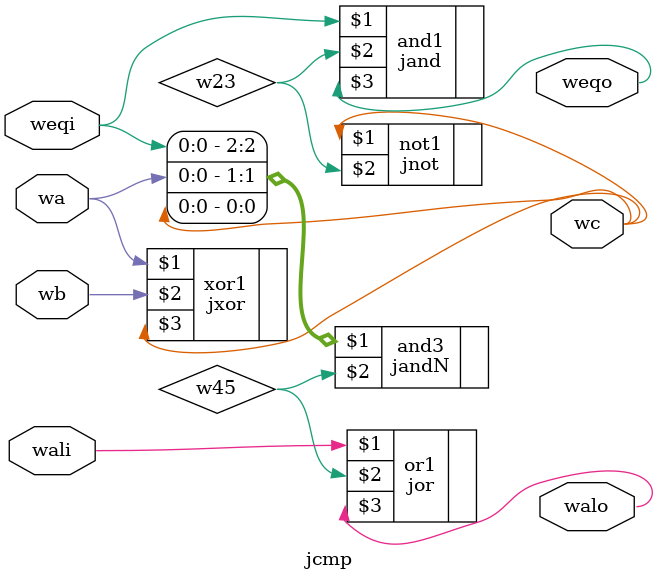
<source format=v>


module jALU (input [7:0] bas, input [7:0] bbs, input wci, input [2:0] bops, 
	output wor [7:0] bcs, output wor wco, output weqo, output walo, output wz) ;
	// Build the ALU circuit
	wire [7:0] bdec ;
	jdecoder #(3, 8) dec(bops, bdec) ;
	reg gnd ;
	assign bdec[7] = gnd ;

	wire [7:0] bxor, bor, band, bnot, bshl, bshr ;

	jxorer xorer(bas, bbs, bxor, weqo, walo) ;
	//jena xore(1'b0, bdec[6], wco) ;
	jenabler enaxor(bxor, bdec[6], bcs) ;

	jorer orer(bas, bbs, bor) ;
	//jena ore(1'b0, bdec[5], wco) ;
	jenabler enaor(bor, bdec[5], bcs) ;

	jandder andder(bas, bbs, band) ;
	//jena ande(1'b0, bdec[4], wco) ;
	jenabler enaand(band, bdec[4], bcs) ;

	jnotter n(bas, bnot) ;
	//jena note(1'b0, bdec[3], wco) ;
	jenabler enanot(bnot, bdec[3], bcs) ;

	wire woshl ;
	jshiftl shitfl(bas, wci, bshl, woshl) ;
	//jena sle(woshl, bdec[2], wco) ;
	jenabler enashl(bshl, bdec[2], bcs) ;

	wire woshr ;
	jshiftr shiftr(bas, wci, bshr, woshr) ;
	//jena sre(woshr, bdec[1], wco) ;
	jenabler enashr(bshr, bdec[1], bcs) ;

	wire aco ;
	wire [7:0] acs ;
	jadder adder(bas, bbs, wci, acs, aco) ;
	//jena adde(aco, bdec[0], wco) ;
	jenabler enaadd(acs, bdec[0], bcs) ;

	jzero z(bcs, wz) ;
endmodule


module jshiftr (input [0:7] bis, input wci, output [0:7] bos, output wco) ;
	jbuf b0(wci, bos[0]) ;
	
	genvar j ;
	for (j = 1; j < 8 ; j = j + 1) begin
		jbuf bj(bis[j-1], bos[j]) ;
	end
	jbuf bn(bis[7], wco) ;
endmodule


module jshiftl (input [0:7] bis, input wci, output [0:7] bos, output wco) ;
	jbuf b0(bis[0], wco) ;
	
	genvar j ;
	for (j = 1; j < 8 ; j = j + 1) begin
		jbuf bj(bis[j], bos[j-1]) ;
	end
	jbuf bn(wci, bos[7]) ;
endmodule


module jnotter (input [7:0] bis, output [7:0] bos) ;
	genvar j ;
	for (j = 0; j < 8 ; j = j + 1) begin
		jnot nj(bis[j], bos[j]) ;
	end
endmodule


module jandder (input [7:0] bas, input [7:0] bbs, output [7:0] bcs) ;
	genvar j ;
	for (j = 0; j < 8 ; j = j + 1) begin
		jand nj(bas[j], bbs[j], bcs[j]) ;
	end
endmodule


module jorer (input [7:0] bas, input [7:0] bbs, output [7:0] bcs) ;
	genvar j ;
	for (j = 0; j < 8 ; j = j + 1) begin
		jor oj(bas[j], bbs[j], bcs[j]) ;
	end
endmodule


module jxorer (input [7:0] bas, input [7:0] bbs, output [7:0] bcs, output weqo, output walo) ;
	// Build the XORer circuit
	reg one = 1 ;
	reg zero = 0 ;
	wire [0:6] teqo, talo ;

	genvar j ;
	jcmp cmp0(bas[0], bbs[0], one, zero, bcs[0], teqo[0], talo[0]) ;
	for (j = 1; j < 7 ; j = j + 1) begin
		jcmp cmpj(bas[j], bbs[j], teqo[j-1], talo[j-1], bcs[j], teqo[j], talo[j]) ;
	end
	jcmp cmpn(bas[7], bbs[7], teqo[6], talo[6], bcs[7], weqo, walo) ;
endmodule


module jadder (input [7:0] bas, input [7:0] bbs, input wci, output [7:0] bcs, output wco) ;
	wire [0:6] tc ;

	genvar j ;
	jadd add0(bas[0], bbs[0], wci, bcs[0], tc[0]) ;
	for (j = 1; j < 7; j = j + 1) begin
		jadd addj(bas[j], bbs[j], tc[j-1], bcs[j], tc[j]) ;
	end
	jadd addn(bas[7], bbs[7], tc[6], bcs[7], wco) ;
endmodule


module jzero (input [7:0] bis, output wz) ;
	wire wi ;
	jorN #(8) orn(bis, wi) ;
	jnot n(wi, wz) ;
endmodule


module jadd(input wa, input wb, input wci, output wc, output wco) ;
        wire wi, wcoa, wcob ;
        jxor xor1(wa, wb, wi) ;
        jxor xor2(wi, wci, wc) ;
        jand and1(wci, wi, wcoa) ;
        jand and2(wa, wb, wcob) ;
        jor or1(wcoa, wcob, wco) ;
endmodule


module jcmp(input wa, input wb, input weqi, input wali, output wc, output weqo, output walo) ;
        wire w23, w45 ;
        jxor xor1(wa, wb, wc) ;
        jnot not1(wc, w23) ;
        jand and1(weqi, w23, weqo) ;
        jandN #(3) and3({weqi, wa, wc}, w45) ;
        jor or1(wali, w45, walo) ;
endmodule


</source>
